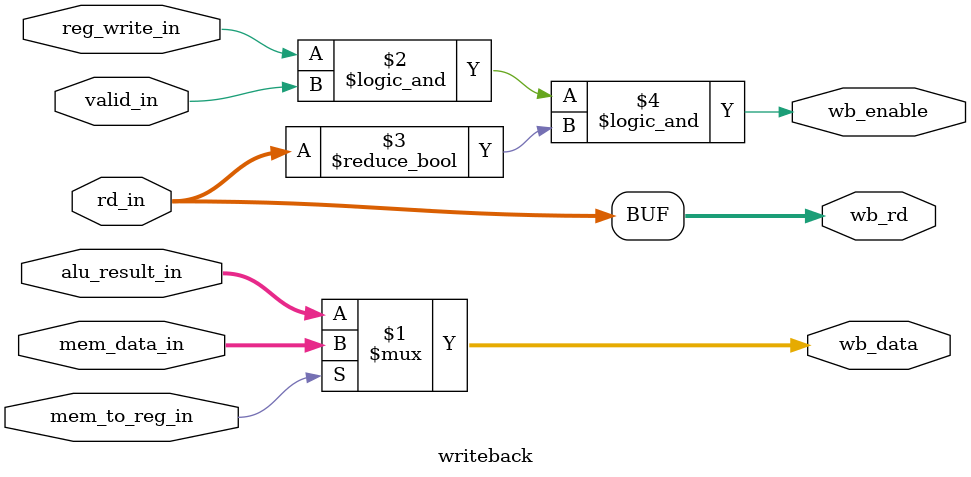
<source format=v>
`timescale 1ns/1ps


module writeback (
    // From MEM stage
    input  wire [31:0] alu_result_in,
    input  wire [31:0] mem_data_in,
    input  wire [4:0]  rd_in,
    input  wire        reg_write_in,
    input  wire        mem_to_reg_in,
    input  wire        valid_in,
    
    // Outputs to register file
    output wire        wb_enable,
    output wire [4:0]  wb_rd,
    output wire [31:0] wb_data
);

    // Select between ALU result and memory data
    assign wb_data = mem_to_reg_in ? mem_data_in : alu_result_in;
    
    // Enable write to register file
    assign wb_enable = reg_write_in && valid_in && (rd_in != 5'b0);
    
    // Destination register
    assign wb_rd = rd_in;

endmodule

</source>
